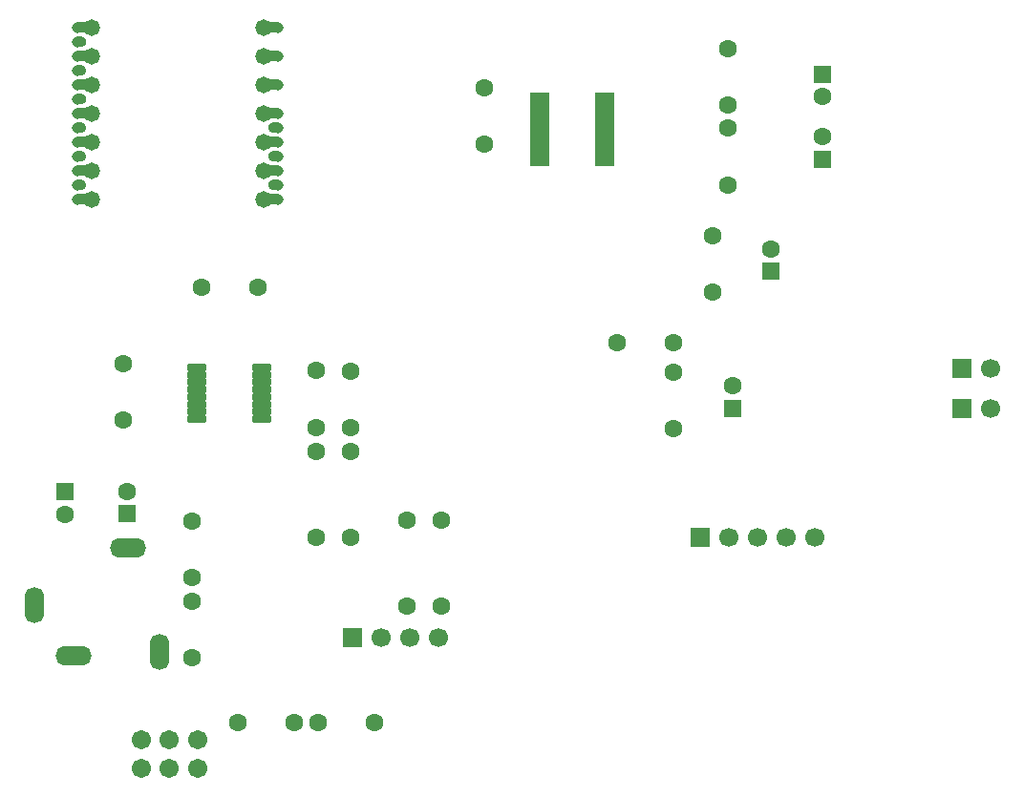
<source format=gts>
G04 #@! TF.GenerationSoftware,KiCad,Pcbnew,9.0.2*
G04 #@! TF.CreationDate,2025-07-04T19:53:15+12:00*
G04 #@! TF.ProjectId,DuckyDK MTR-1,4475636b-7944-44b2-904d-54522d312e6b,rev?*
G04 #@! TF.SameCoordinates,Original*
G04 #@! TF.FileFunction,Soldermask,Top*
G04 #@! TF.FilePolarity,Negative*
%FSLAX46Y46*%
G04 Gerber Fmt 4.6, Leading zero omitted, Abs format (unit mm)*
G04 Created by KiCad (PCBNEW 9.0.2) date 2025-07-04 19:53:15*
%MOMM*%
%LPD*%
G01*
G04 APERTURE LIST*
G04 Aperture macros list*
%AMRoundRect*
0 Rectangle with rounded corners*
0 $1 Rounding radius*
0 $2 $3 $4 $5 $6 $7 $8 $9 X,Y pos of 4 corners*
0 Add a 4 corners polygon primitive as box body*
4,1,4,$2,$3,$4,$5,$6,$7,$8,$9,$2,$3,0*
0 Add four circle primitives for the rounded corners*
1,1,$1+$1,$2,$3*
1,1,$1+$1,$4,$5*
1,1,$1+$1,$6,$7*
1,1,$1+$1,$8,$9*
0 Add four rect primitives between the rounded corners*
20,1,$1+$1,$2,$3,$4,$5,0*
20,1,$1+$1,$4,$5,$6,$7,0*
20,1,$1+$1,$6,$7,$8,$9,0*
20,1,$1+$1,$8,$9,$2,$3,0*%
G04 Aperture macros list end*
%ADD10C,0.000000*%
%ADD11R,1.700000X1.700000*%
%ADD12C,1.700000*%
%ADD13C,1.600000*%
%ADD14RoundRect,0.250000X0.550000X-0.550000X0.550000X0.550000X-0.550000X0.550000X-0.550000X-0.550000X0*%
%ADD15RoundRect,0.250000X-0.550000X0.550000X-0.550000X-0.550000X0.550000X-0.550000X0.550000X0.550000X0*%
%ADD16RoundRect,0.076750X-0.810250X-0.230250X0.810250X-0.230250X0.810250X0.230250X-0.810250X0.230250X0*%
%ADD17C,0.976200*%
%ADD18C,1.476200*%
%ADD19R,1.270000X0.903600*%
%ADD20O,1.270000X0.903600*%
%ADD21O,1.712000X3.220000*%
%ADD22O,3.220000X1.712000*%
%ADD23C,1.712000*%
%ADD24RoundRect,0.076750X-0.775250X-0.230250X0.775250X-0.230250X0.775250X0.230250X-0.775250X0.230250X0*%
G04 APERTURE END LIST*
G36*
X49225200Y-73146600D02*
G01*
X50088800Y-73146600D01*
X50088800Y-72243000D01*
X49225200Y-72243000D01*
X49225200Y-73146600D01*
G37*
G36*
X49225200Y-75686600D02*
G01*
X50088800Y-75686600D01*
X50088800Y-74783000D01*
X49225200Y-74783000D01*
X49225200Y-75686600D01*
G37*
G36*
X49225200Y-78226600D02*
G01*
X50088800Y-78226600D01*
X50088800Y-77323000D01*
X49225200Y-77323000D01*
X49225200Y-78226600D01*
G37*
G36*
X49225200Y-80766600D02*
G01*
X50088800Y-80766600D01*
X50088800Y-79863000D01*
X49225200Y-79863000D01*
X49225200Y-80766600D01*
G37*
G36*
X49225200Y-83306600D02*
G01*
X50088800Y-83306600D01*
X50088800Y-82403000D01*
X49225200Y-82403000D01*
X49225200Y-83306600D01*
G37*
G36*
X49225200Y-85846600D02*
G01*
X50088800Y-85846600D01*
X50088800Y-84943000D01*
X49225200Y-84943000D01*
X49225200Y-85846600D01*
G37*
G36*
X49225200Y-88386600D02*
G01*
X50088800Y-88386600D01*
X50088800Y-87483000D01*
X49225200Y-87483000D01*
X49225200Y-88386600D01*
G37*
G36*
X66243200Y-73146600D02*
G01*
X67106800Y-73146600D01*
X67106800Y-72243000D01*
X66243200Y-72243000D01*
X66243200Y-73146600D01*
G37*
G36*
X66243200Y-75686600D02*
G01*
X67106800Y-75686600D01*
X67106800Y-74783000D01*
X66243200Y-74783000D01*
X66243200Y-75686600D01*
G37*
G36*
X66243200Y-78226600D02*
G01*
X67106800Y-78226600D01*
X67106800Y-77323000D01*
X66243200Y-77323000D01*
X66243200Y-78226600D01*
G37*
G36*
X66243200Y-80766600D02*
G01*
X67106800Y-80766600D01*
X67106800Y-79863000D01*
X66243200Y-79863000D01*
X66243200Y-80766600D01*
G37*
G36*
X66243200Y-83306600D02*
G01*
X67106800Y-83306600D01*
X67106800Y-82403000D01*
X66243200Y-82403000D01*
X66243200Y-83306600D01*
G37*
G36*
X66243200Y-85846600D02*
G01*
X67106800Y-85846600D01*
X67106800Y-84943000D01*
X66243200Y-84943000D01*
X66243200Y-85846600D01*
G37*
G36*
X66243200Y-88386600D02*
G01*
X67106800Y-88386600D01*
X67106800Y-87483000D01*
X66243200Y-87483000D01*
X66243200Y-88386600D01*
G37*
D10*
G36*
X49790629Y-73533531D02*
G01*
X49911178Y-73594955D01*
X50009780Y-73693557D01*
X50088800Y-73936754D01*
X50088800Y-73988798D01*
X50068269Y-74118429D01*
X50006845Y-74238978D01*
X49908243Y-74337580D01*
X49665046Y-74416600D01*
X49225200Y-74416600D01*
X49225200Y-73513000D01*
X49660998Y-73513000D01*
X49790629Y-73533531D01*
G37*
G36*
X49790629Y-76073531D02*
G01*
X49911178Y-76134955D01*
X50009780Y-76233557D01*
X50088800Y-76476754D01*
X50088800Y-76528798D01*
X50068269Y-76658429D01*
X50006845Y-76778978D01*
X49908243Y-76877580D01*
X49665046Y-76956600D01*
X49225200Y-76956600D01*
X49225200Y-76053000D01*
X49660998Y-76053000D01*
X49790629Y-76073531D01*
G37*
G36*
X49790629Y-78613531D02*
G01*
X49911178Y-78674955D01*
X50009780Y-78773557D01*
X50088800Y-79016754D01*
X50088800Y-79068798D01*
X50068269Y-79198429D01*
X50006845Y-79318978D01*
X49908243Y-79417580D01*
X49665046Y-79496600D01*
X49225200Y-79496600D01*
X49225200Y-78593000D01*
X49660998Y-78593000D01*
X49790629Y-78613531D01*
G37*
G36*
X49790629Y-81153531D02*
G01*
X49911178Y-81214955D01*
X50009780Y-81313557D01*
X50088800Y-81556754D01*
X50088800Y-81608798D01*
X50068269Y-81738429D01*
X50006845Y-81858978D01*
X49908243Y-81957580D01*
X49665046Y-82036600D01*
X49225200Y-82036600D01*
X49225200Y-81133000D01*
X49660998Y-81133000D01*
X49790629Y-81153531D01*
G37*
G36*
X49790629Y-83693531D02*
G01*
X49911178Y-83754955D01*
X50009780Y-83853557D01*
X50088800Y-84096754D01*
X50088800Y-84148798D01*
X50068269Y-84278429D01*
X50006845Y-84398978D01*
X49908243Y-84497580D01*
X49665046Y-84576600D01*
X49225200Y-84576600D01*
X49225200Y-83673000D01*
X49660998Y-83673000D01*
X49790629Y-83693531D01*
G37*
G36*
X49790629Y-86233531D02*
G01*
X49911178Y-86294955D01*
X50009780Y-86393557D01*
X50088800Y-86636754D01*
X50088800Y-86688798D01*
X50068269Y-86818429D01*
X50006845Y-86938978D01*
X49908243Y-87037580D01*
X49665046Y-87116600D01*
X49225200Y-87116600D01*
X49225200Y-86213000D01*
X49660998Y-86213000D01*
X49790629Y-86233531D01*
G37*
G36*
X67106800Y-82036600D02*
G01*
X66671002Y-82036600D01*
X66541371Y-82016069D01*
X66420822Y-81954645D01*
X66322220Y-81856043D01*
X66243200Y-81612846D01*
X66243200Y-81560802D01*
X66263731Y-81431171D01*
X66325155Y-81310622D01*
X66423757Y-81212020D01*
X66666954Y-81133000D01*
X67106800Y-81133000D01*
X67106800Y-82036600D01*
G37*
G36*
X67106800Y-84576600D02*
G01*
X66671002Y-84576600D01*
X66541371Y-84556069D01*
X66420822Y-84494645D01*
X66322220Y-84396043D01*
X66243200Y-84152846D01*
X66243200Y-84100802D01*
X66263731Y-83971171D01*
X66325155Y-83850622D01*
X66423757Y-83752020D01*
X66666954Y-83673000D01*
X67106800Y-83673000D01*
X67106800Y-84576600D01*
G37*
G36*
X67106800Y-87116600D02*
G01*
X66671002Y-87116600D01*
X66541371Y-87096069D01*
X66420822Y-87034645D01*
X66322220Y-86936043D01*
X66243200Y-86692846D01*
X66243200Y-86640802D01*
X66263731Y-86511171D01*
X66325155Y-86390622D01*
X66423757Y-86292020D01*
X66666954Y-86213000D01*
X67106800Y-86213000D01*
X67106800Y-87116600D01*
G37*
D11*
X104495600Y-117906800D03*
D12*
X107035600Y-117906800D03*
X109575600Y-117906800D03*
X112115600Y-117906800D03*
X114655600Y-117906800D03*
D13*
X85344000Y-78037600D03*
X85344000Y-83037600D03*
X81534000Y-124002800D03*
X81534000Y-116382800D03*
X102122956Y-100700556D03*
X97122956Y-100700556D03*
X73507600Y-117917600D03*
X73507600Y-110297600D03*
X59436000Y-121473600D03*
X59436000Y-116473600D03*
X78536800Y-124002800D03*
X78536800Y-116382800D03*
X73507600Y-108174800D03*
X73507600Y-103174800D03*
X106984800Y-74557513D03*
X106984800Y-79557513D03*
X105633200Y-91175200D03*
X105633200Y-96175200D03*
X60288800Y-95758000D03*
X65288800Y-95758000D03*
D14*
X107355356Y-106491756D03*
D13*
X107355356Y-104491756D03*
D14*
X110764000Y-94335600D03*
D13*
X110764000Y-92335600D03*
X102173756Y-103290643D03*
X102173756Y-108290643D03*
X106984800Y-81658713D03*
X106984800Y-86658713D03*
D11*
X73660000Y-126847600D03*
D12*
X76200000Y-126847600D03*
X78740000Y-126847600D03*
X81280000Y-126847600D03*
D14*
X115366800Y-84419513D03*
D13*
X115366800Y-82419513D03*
D15*
X48209200Y-113914488D03*
D13*
X48209200Y-115914488D03*
X70510400Y-117917600D03*
X70510400Y-110297600D03*
D14*
X53746400Y-115853600D03*
D13*
X53746400Y-113853600D03*
X70510400Y-108164000D03*
X70510400Y-103164000D03*
D16*
X90271600Y-78802400D03*
X90271600Y-79452400D03*
X90271600Y-80102400D03*
X90271600Y-80752400D03*
X90271600Y-81402400D03*
X90271600Y-82052400D03*
X90271600Y-82702400D03*
X90271600Y-83352400D03*
X90271600Y-84002400D03*
X90271600Y-84652400D03*
X96011600Y-84652400D03*
X96011600Y-84002400D03*
X96011600Y-83352400D03*
X96011600Y-82702400D03*
X96011600Y-82052400D03*
X96011600Y-81402400D03*
X96011600Y-80752400D03*
X96011600Y-80102400D03*
X96011600Y-79452400D03*
X96011600Y-78802400D03*
D17*
X49276000Y-72694800D03*
D18*
X50546000Y-72694800D03*
D17*
X49276000Y-75234800D03*
D18*
X50546000Y-75234800D03*
D17*
X49276000Y-77774800D03*
D18*
X50546000Y-77774800D03*
D17*
X49276000Y-80314800D03*
D18*
X50546000Y-80314800D03*
D17*
X49276000Y-82854800D03*
D18*
X50546000Y-82854800D03*
D17*
X49276000Y-85394800D03*
D18*
X50546000Y-85394800D03*
D17*
X49276000Y-87934800D03*
D18*
X50546000Y-87934800D03*
X65786000Y-87934800D03*
D17*
X67056000Y-87934800D03*
D18*
X65786000Y-85394800D03*
D19*
X66486000Y-85394800D03*
D17*
X67056000Y-85394800D03*
D18*
X65786000Y-82854800D03*
D17*
X67056000Y-82854800D03*
D18*
X65786000Y-80314800D03*
D19*
X66486000Y-80314800D03*
D17*
X67056000Y-80314800D03*
D18*
X65786000Y-77774800D03*
D17*
X67056000Y-77774800D03*
D18*
X65786000Y-75234800D03*
D17*
X67056000Y-75234800D03*
D18*
X65786000Y-72694800D03*
D17*
X67056000Y-72694800D03*
X49276000Y-73964800D03*
D20*
X49456000Y-73964800D03*
D17*
X49276000Y-76504800D03*
X49276000Y-79044800D03*
D20*
X49456000Y-79044800D03*
D17*
X49276000Y-81584800D03*
X49276000Y-84124800D03*
X49276000Y-86664800D03*
X67056000Y-86664800D03*
X67056000Y-84124800D03*
X67056000Y-81584800D03*
D11*
X127711200Y-102920800D03*
D12*
X130251200Y-102920800D03*
D13*
X53340000Y-107554400D03*
X53340000Y-102554400D03*
D15*
X115366800Y-76850313D03*
D13*
X115366800Y-78850313D03*
X63540000Y-134326000D03*
X68540000Y-134326000D03*
X59436000Y-128636400D03*
X59436000Y-123636400D03*
X70652000Y-134326000D03*
X75652000Y-134326000D03*
D21*
X45470400Y-123910700D03*
D22*
X48970400Y-128410700D03*
X53770400Y-118910700D03*
D21*
X56570400Y-128110700D03*
D23*
X54954800Y-135930000D03*
X54954800Y-138430000D03*
X57454800Y-135930000D03*
X57454800Y-138430000D03*
X59954800Y-135930000D03*
X59954800Y-138430000D03*
D24*
X59893200Y-102880400D03*
X59893200Y-103530400D03*
X59893200Y-104180400D03*
X59893200Y-104830400D03*
X59893200Y-105480400D03*
X59893200Y-106130400D03*
X59893200Y-106780400D03*
X59893200Y-107430400D03*
X65663200Y-107430400D03*
X65663200Y-106780400D03*
X65663200Y-106130400D03*
X65663200Y-105480400D03*
X65663200Y-104830400D03*
X65663200Y-104180400D03*
X65663200Y-103530400D03*
X65663200Y-102880400D03*
D11*
X127711200Y-106476800D03*
D12*
X130251200Y-106476800D03*
M02*

</source>
